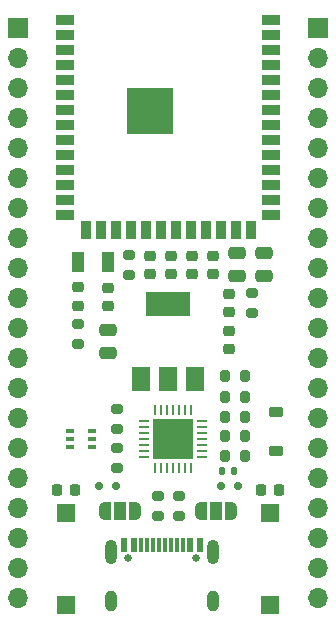
<source format=gbr>
%TF.GenerationSoftware,KiCad,Pcbnew,7.0.7*%
%TF.CreationDate,2024-04-13T12:00:14-04:00*%
%TF.ProjectId,ESP32_S2_Breakout,45535033-325f-4533-925f-427265616b6f,rev?*%
%TF.SameCoordinates,Original*%
%TF.FileFunction,Soldermask,Top*%
%TF.FilePolarity,Negative*%
%FSLAX46Y46*%
G04 Gerber Fmt 4.6, Leading zero omitted, Abs format (unit mm)*
G04 Created by KiCad (PCBNEW 7.0.7) date 2024-04-13 12:00:14*
%MOMM*%
%LPD*%
G01*
G04 APERTURE LIST*
G04 Aperture macros list*
%AMRoundRect*
0 Rectangle with rounded corners*
0 $1 Rounding radius*
0 $2 $3 $4 $5 $6 $7 $8 $9 X,Y pos of 4 corners*
0 Add a 4 corners polygon primitive as box body*
4,1,4,$2,$3,$4,$5,$6,$7,$8,$9,$2,$3,0*
0 Add four circle primitives for the rounded corners*
1,1,$1+$1,$2,$3*
1,1,$1+$1,$4,$5*
1,1,$1+$1,$6,$7*
1,1,$1+$1,$8,$9*
0 Add four rect primitives between the rounded corners*
20,1,$1+$1,$2,$3,$4,$5,0*
20,1,$1+$1,$4,$5,$6,$7,0*
20,1,$1+$1,$6,$7,$8,$9,0*
20,1,$1+$1,$8,$9,$2,$3,0*%
%AMFreePoly0*
4,1,19,0.550000,-0.750000,0.000000,-0.750000,0.000000,-0.744911,-0.071157,-0.744911,-0.207708,-0.704816,-0.327430,-0.627875,-0.420627,-0.520320,-0.479746,-0.390866,-0.500000,-0.250000,-0.500000,0.250000,-0.479746,0.390866,-0.420627,0.520320,-0.327430,0.627875,-0.207708,0.704816,-0.071157,0.744911,0.000000,0.744911,0.000000,0.750000,0.550000,0.750000,0.550000,-0.750000,0.550000,-0.750000,
$1*%
%AMFreePoly1*
4,1,19,0.000000,0.744911,0.071157,0.744911,0.207708,0.704816,0.327430,0.627875,0.420627,0.520320,0.479746,0.390866,0.500000,0.250000,0.500000,-0.250000,0.479746,-0.390866,0.420627,-0.520320,0.327430,-0.627875,0.207708,-0.704816,0.071157,-0.744911,0.000000,-0.744911,0.000000,-0.750000,-0.550000,-0.750000,-0.550000,0.750000,0.000000,0.750000,0.000000,0.744911,0.000000,0.744911,
$1*%
G04 Aperture macros list end*
%ADD10RoundRect,0.218750X0.256250X-0.218750X0.256250X0.218750X-0.256250X0.218750X-0.256250X-0.218750X0*%
%ADD11RoundRect,0.200000X-0.275000X0.200000X-0.275000X-0.200000X0.275000X-0.200000X0.275000X0.200000X0*%
%ADD12R,1.500000X1.500000*%
%ADD13RoundRect,0.225000X-0.225000X-0.250000X0.225000X-0.250000X0.225000X0.250000X-0.225000X0.250000X0*%
%ADD14R,1.700000X1.700000*%
%ADD15O,1.700000X1.700000*%
%ADD16RoundRect,0.200000X0.275000X-0.200000X0.275000X0.200000X-0.275000X0.200000X-0.275000X-0.200000X0*%
%ADD17RoundRect,0.225000X-0.250000X0.225000X-0.250000X-0.225000X0.250000X-0.225000X0.250000X0.225000X0*%
%ADD18RoundRect,0.200000X0.200000X0.275000X-0.200000X0.275000X-0.200000X-0.275000X0.200000X-0.275000X0*%
%ADD19RoundRect,0.225000X-0.375000X0.225000X-0.375000X-0.225000X0.375000X-0.225000X0.375000X0.225000X0*%
%ADD20RoundRect,0.062500X0.062500X-0.337500X0.062500X0.337500X-0.062500X0.337500X-0.062500X-0.337500X0*%
%ADD21RoundRect,0.062500X0.337500X-0.062500X0.337500X0.062500X-0.337500X0.062500X-0.337500X-0.062500X0*%
%ADD22R,3.350000X3.350000*%
%ADD23RoundRect,0.200000X-0.200000X-0.275000X0.200000X-0.275000X0.200000X0.275000X-0.200000X0.275000X0*%
%ADD24RoundRect,0.150000X-0.150000X-0.200000X0.150000X-0.200000X0.150000X0.200000X-0.150000X0.200000X0*%
%ADD25R,0.650000X0.400000*%
%ADD26RoundRect,0.147500X0.147500X0.172500X-0.147500X0.172500X-0.147500X-0.172500X0.147500X-0.172500X0*%
%ADD27C,0.650000*%
%ADD28R,0.600000X1.240000*%
%ADD29R,0.300000X1.240000*%
%ADD30O,1.000000X2.100000*%
%ADD31O,1.000000X1.800000*%
%ADD32RoundRect,0.225000X0.250000X-0.225000X0.250000X0.225000X-0.250000X0.225000X-0.250000X-0.225000X0*%
%ADD33FreePoly0,180.000000*%
%ADD34R,1.000000X1.500000*%
%ADD35FreePoly1,180.000000*%
%ADD36R,1.500000X2.000000*%
%ADD37R,3.800000X2.000000*%
%ADD38FreePoly0,0.000000*%
%ADD39FreePoly1,0.000000*%
%ADD40RoundRect,0.150000X0.150000X0.200000X-0.150000X0.200000X-0.150000X-0.200000X0.150000X-0.200000X0*%
%ADD41R,1.500000X0.900000*%
%ADD42R,0.900000X1.500000*%
%ADD43C,0.600000*%
%ADD44R,3.900000X3.900000*%
%ADD45R,1.000000X1.800000*%
%ADD46RoundRect,0.250000X-0.475000X0.250000X-0.475000X-0.250000X0.475000X-0.250000X0.475000X0.250000X0*%
%ADD47RoundRect,0.250000X0.475000X-0.250000X0.475000X0.250000X-0.475000X0.250000X-0.475000X-0.250000X0*%
G04 APERTURE END LIST*
D10*
%TO.C,D5*%
X144400000Y-107675000D03*
X144400000Y-106100000D03*
%TD*%
D11*
%TO.C,R12*%
X146400000Y-106075000D03*
X146400000Y-107725000D03*
%TD*%
D12*
%TO.C,SW2*%
X147896000Y-124680000D03*
X147896000Y-132480000D03*
%TD*%
D13*
%TO.C,C8*%
X129862000Y-122738000D03*
X131412000Y-122738000D03*
%TD*%
D14*
%TO.C,J2*%
X126560000Y-83627000D03*
D15*
X126560000Y-86167000D03*
X126560000Y-88707000D03*
X126560000Y-91247000D03*
X126560000Y-93787000D03*
X126560000Y-96327000D03*
X126560000Y-98867000D03*
X126560000Y-101407000D03*
X126560000Y-103947000D03*
X126560000Y-106487000D03*
X126560000Y-109027000D03*
X126560000Y-111567000D03*
X126560000Y-114107000D03*
X126560000Y-116647000D03*
X126560000Y-119187000D03*
X126560000Y-121727000D03*
X126560000Y-124267000D03*
X126560000Y-126807000D03*
X126560000Y-129347000D03*
X126560000Y-131887000D03*
%TD*%
D16*
%TO.C,R11*%
X134942000Y-120832000D03*
X134942000Y-119182000D03*
%TD*%
D17*
%TO.C,C7*%
X139514000Y-102926000D03*
X139514000Y-104476000D03*
%TD*%
D18*
%TO.C,R8*%
X145747000Y-114864000D03*
X144097000Y-114864000D03*
%TD*%
D17*
%TO.C,C6*%
X144400000Y-109276000D03*
X144400000Y-110826000D03*
%TD*%
D19*
%TO.C,D4*%
X148404000Y-116134000D03*
X148404000Y-119434000D03*
%TD*%
D20*
%TO.C,U3*%
X138164000Y-120870000D03*
X138664000Y-120870000D03*
X139164000Y-120870000D03*
X139664000Y-120870000D03*
X140164000Y-120870000D03*
X140664000Y-120870000D03*
X141164000Y-120870000D03*
D21*
X142114000Y-119920000D03*
X142114000Y-119420000D03*
X142114000Y-118920000D03*
X142114000Y-118420000D03*
X142114000Y-117920000D03*
X142114000Y-117420000D03*
X142114000Y-116920000D03*
D20*
X141164000Y-115970000D03*
X140664000Y-115970000D03*
X140164000Y-115970000D03*
X139664000Y-115970000D03*
X139164000Y-115970000D03*
X138664000Y-115970000D03*
X138164000Y-115970000D03*
D21*
X137214000Y-116920000D03*
X137214000Y-117420000D03*
X137214000Y-117920000D03*
X137214000Y-118420000D03*
X137214000Y-118920000D03*
X137214000Y-119420000D03*
X137214000Y-119920000D03*
D22*
X139664000Y-118420000D03*
%TD*%
D23*
%TO.C,R7*%
X144097000Y-116515000D03*
X145747000Y-116515000D03*
%TD*%
D24*
%TO.C,D1*%
X134815000Y-122357000D03*
X133415000Y-122357000D03*
%TD*%
D16*
%TO.C,R4*%
X140149000Y-124896000D03*
X140149000Y-123246000D03*
%TD*%
D11*
%TO.C,R2*%
X131640000Y-108705000D03*
X131640000Y-110355000D03*
%TD*%
D25*
%TO.C,Q1*%
X132844000Y-119070000D03*
X132844000Y-118420000D03*
X132844000Y-117770000D03*
X130944000Y-117770000D03*
X130944000Y-118420000D03*
X130944000Y-119070000D03*
%TD*%
D16*
%TO.C,R1*%
X135958000Y-104513000D03*
X135958000Y-102863000D03*
%TD*%
D17*
%TO.C,C4*%
X131640000Y-105567000D03*
X131640000Y-107117000D03*
%TD*%
D26*
%TO.C,D3*%
X144825000Y-121087000D03*
X143855000Y-121087000D03*
%TD*%
D27*
%TO.C,J1*%
X135860000Y-128465000D03*
X141640000Y-128465000D03*
D28*
X135550000Y-127345000D03*
X136350000Y-127345000D03*
D29*
X137500000Y-127345000D03*
X138500000Y-127345000D03*
X139000000Y-127345000D03*
X140000000Y-127345000D03*
D28*
X141150000Y-127345000D03*
X141950000Y-127345000D03*
X141950000Y-127345000D03*
X141150000Y-127345000D03*
D29*
X140500000Y-127345000D03*
X139500000Y-127345000D03*
X138000000Y-127345000D03*
X137000000Y-127345000D03*
D28*
X136350000Y-127345000D03*
X135550000Y-127345000D03*
D30*
X134430000Y-127945000D03*
D31*
X134430000Y-132145000D03*
D30*
X143070000Y-127945000D03*
D31*
X143070000Y-132145000D03*
%TD*%
D32*
%TO.C,C2*%
X137736000Y-104476000D03*
X137736000Y-102926000D03*
%TD*%
D14*
%TO.C,J3*%
X151960000Y-83622000D03*
D15*
X151960000Y-86162000D03*
X151960000Y-88702000D03*
X151960000Y-91242000D03*
X151960000Y-93782000D03*
X151960000Y-96322000D03*
X151960000Y-98862000D03*
X151960000Y-101402000D03*
X151960000Y-103942000D03*
X151960000Y-106482000D03*
X151960000Y-109022000D03*
X151960000Y-111562000D03*
X151960000Y-114102000D03*
X151960000Y-116642000D03*
X151960000Y-119182000D03*
X151960000Y-121722000D03*
X151960000Y-124262000D03*
X151960000Y-126802000D03*
X151960000Y-129342000D03*
X151960000Y-131882000D03*
%TD*%
D33*
%TO.C,JP1*%
X136496000Y-124516000D03*
D34*
X135196000Y-124516000D03*
D35*
X133896000Y-124516000D03*
%TD*%
D36*
%TO.C,U2*%
X136960000Y-113315000D03*
X139260000Y-113315000D03*
D37*
X139260000Y-107015000D03*
D36*
X141560000Y-113315000D03*
%TD*%
D32*
%TO.C,C3*%
X143080000Y-102926000D03*
X143080000Y-104476000D03*
%TD*%
D18*
%TO.C,R6*%
X145748000Y-119817000D03*
X144098000Y-119817000D03*
%TD*%
D38*
%TO.C,JP2*%
X142024000Y-124516000D03*
D34*
X143324000Y-124516000D03*
D39*
X144624000Y-124516000D03*
%TD*%
D40*
%TO.C,D2*%
X143767000Y-122357000D03*
X145167000Y-122357000D03*
%TD*%
D32*
%TO.C,C9*%
X141292000Y-104476000D03*
X141292000Y-102926000D03*
%TD*%
D23*
%TO.C,R9*%
X144097000Y-113086000D03*
X145747000Y-113086000D03*
%TD*%
D41*
%TO.C,U1*%
X130510000Y-82934000D03*
X130510000Y-84204000D03*
X130510000Y-85474000D03*
X130510000Y-86744000D03*
X130510000Y-88014000D03*
X130510000Y-89284000D03*
X130510000Y-90554000D03*
X130510000Y-91824000D03*
X130510000Y-93094000D03*
X130510000Y-94364000D03*
X130510000Y-95634000D03*
X130510000Y-96904000D03*
X130510000Y-98174000D03*
X130510000Y-99444000D03*
D42*
X132275000Y-100694000D03*
X133545000Y-100694000D03*
X134815000Y-100694000D03*
X136085000Y-100694000D03*
X137355000Y-100694000D03*
X138625000Y-100694000D03*
X139895000Y-100694000D03*
X141165000Y-100694000D03*
X142435000Y-100694000D03*
X143705000Y-100694000D03*
X144975000Y-100694000D03*
X146245000Y-100694000D03*
D41*
X148010000Y-99444000D03*
X148010000Y-98174000D03*
X148010000Y-96904000D03*
X148010000Y-95634000D03*
X148010000Y-94364000D03*
X148010000Y-93094000D03*
X148010000Y-91824000D03*
X148010000Y-90554000D03*
X148010000Y-89284000D03*
X148010000Y-88014000D03*
X148010000Y-86744000D03*
X148010000Y-85474000D03*
X148010000Y-84204000D03*
X148010000Y-82934000D03*
D43*
X136360000Y-89954000D03*
X136360000Y-91354000D03*
X137060000Y-89254000D03*
X137060000Y-90654000D03*
X137060000Y-92054000D03*
X137760000Y-89954000D03*
D44*
X137760000Y-90654000D03*
D43*
X137760000Y-91354000D03*
X138460000Y-89254000D03*
X138460000Y-90654000D03*
X138460000Y-92054000D03*
X139160000Y-89954000D03*
X139160000Y-91354000D03*
%TD*%
D16*
%TO.C,R10*%
X134942000Y-117530000D03*
X134942000Y-115880000D03*
%TD*%
D45*
%TO.C,Y1*%
X134140000Y-103434000D03*
X131640000Y-103434000D03*
%TD*%
D11*
%TO.C,R3*%
X138371000Y-123246000D03*
X138371000Y-124896000D03*
%TD*%
D18*
%TO.C,R5*%
X145747000Y-118166000D03*
X144097000Y-118166000D03*
%TD*%
D46*
%TO.C,C1*%
X134180000Y-109215000D03*
X134180000Y-111115000D03*
%TD*%
D13*
%TO.C,C10*%
X147108000Y-122738000D03*
X148658000Y-122738000D03*
%TD*%
D32*
%TO.C,C5*%
X134180000Y-107143000D03*
X134180000Y-105593000D03*
%TD*%
D47*
%TO.C,C11*%
X147388000Y-104572000D03*
X147388000Y-102672000D03*
%TD*%
D12*
%TO.C,SW1*%
X130624000Y-132480000D03*
X130624000Y-124680000D03*
%TD*%
D47*
%TO.C,C12*%
X145102000Y-104572000D03*
X145102000Y-102672000D03*
%TD*%
M02*

</source>
